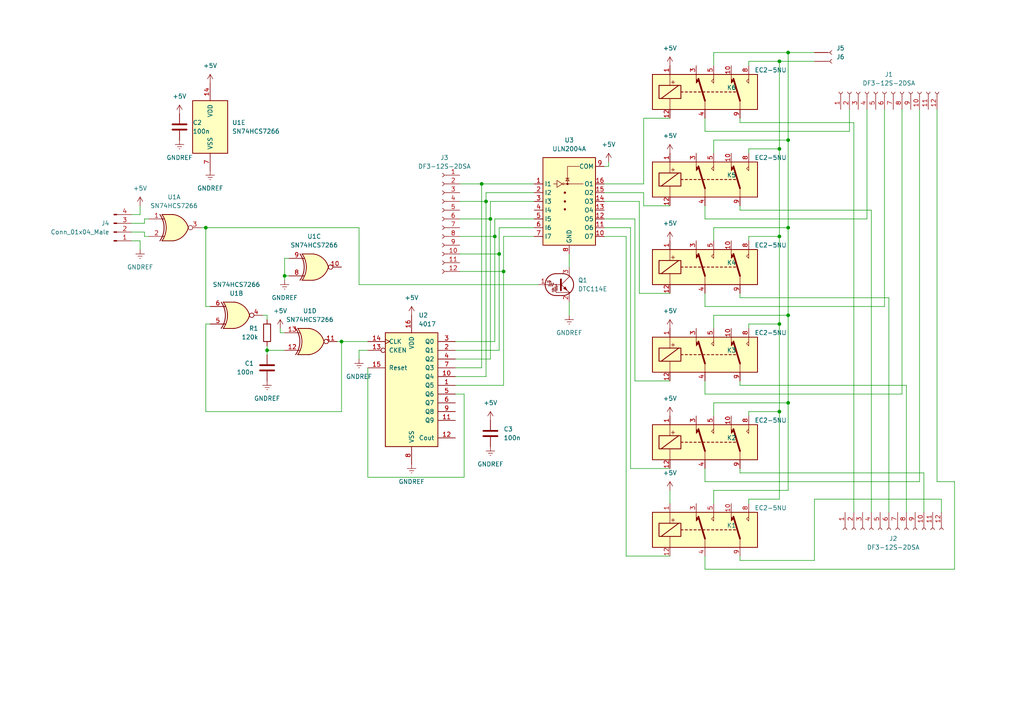
<source format=kicad_sch>
(kicad_sch (version 20211123) (generator eeschema)
  (paper "A4")
  (lib_symbols
    (symbol "4xxx:4017" (pin_names (offset 1.016))
      (property "Reference" "U" (at -7.62 16.51 0))
      (property "Value" "4017" (at -7.62 -19.05 0))
      (symbol "4017_1_0"
        (pin output line (at 12.7 0 180) (length 5.08) (name "Q5") (number "1"))
        (pin output line (at 12.7 2.54 180) (length 5.08) (name "Q4") (number "10"))
        (pin output line (at 12.7 -10.16 180) (length 5.08) (name "Q9") (number "11"))
        (pin output line (at 12.7 -15.24 180) (length 5.08) (name "Cout") (number "12"))
        (pin input inverted (at -12.7 10.16 0) (length 5.08) (name "CKEN") (number "13"))
        (pin input clock (at -12.7 12.7 0) (length 5.08) (name "CLK") (number "14"))
        (pin input line (at -12.7 5.08 0) (length 5.08) (name "Reset") (number "15"))
        (pin power_in line (at 0 20.32 270) (length 5.08) (name "VDD") (number "16"))
        (pin output line (at 12.7 10.16 180) (length 5.08) (name "Q1") (number "2"))
        (pin output line (at 12.7 12.7 180) (length 5.08) (name "Q0") (number "3"))
        (pin output line (at 12.7 7.62 180) (length 5.08) (name "Q2") (number "4"))
        (pin output line (at 12.7 -2.54 180) (length 5.08) (name "Q6") (number "5"))
        (pin output line (at 12.7 -5.08 180) (length 5.08) (name "Q7") (number "6"))
        (pin output line (at 12.7 5.08 180) (length 5.08) (name "Q3") (number "7"))
        (pin power_in line (at 0 -22.86 90) (length 5.08) (name "VSS") (number "8"))
        (pin output line (at 12.7 -7.62 180) (length 5.08) (name "Q8") (number "9"))
      )
      (symbol "4017_1_1"
        (rectangle (start -7.62 15.24) (end 7.62 -17.78) (stroke (width 0.254)) (fill (type background)))
      )
    )
    (symbol "4xxx:4077" (pin_names (offset 1.016))
      (property "Reference" "U" (at 0 1.27 0))
      (property "Value" "4077" (at 0 -1.27 0))
      (symbol "4077_1_0"
        (arc (start -4.4196 -3.81) (mid -3.2033 0) (end -4.4196 3.81) (stroke (width 0.254)))
        (arc (start -3.81 -3.81) (mid -2.589 0) (end -3.81 3.81) (stroke (width 0.254)))
        (arc (start -0.6096 -3.81) (mid 2.1842 -2.5851) (end 3.81 0) (stroke (width 0.254)) (fill (type background)))
        (polyline (pts (xy -3.81 -3.81) (xy -0.635 -3.81)) (stroke (width 0.254)) (fill (type background)))
        (polyline (pts (xy -3.81 3.81) (xy -0.635 3.81)) (stroke (width 0.254)) (fill (type background)))
        (polyline (pts (xy -0.635 3.81) (xy -3.81 3.81) (xy -3.81 3.81) (xy -3.556 3.4036) (xy -3.0226 2.2606) (xy -2.6924 1.0414) (xy -2.6162 -0.254) (xy -2.7686 -1.4986) (xy -3.175 -2.7178) (xy -3.81 -3.81) (xy -3.81 -3.81) (xy -0.635 -3.81)) (stroke (width -25.4)) (fill (type background)))
        (arc (start 3.81 0) (mid 2.1915 2.5936) (end -0.6096 3.81) (stroke (width 0.254)) (fill (type background)))
        (pin input line (at -7.62 2.54 0) (length 4.445) (name "~") (number "1"))
        (pin input line (at -7.62 -2.54 0) (length 4.445) (name "~") (number "2"))
        (pin output inverted (at 7.62 0 180) (length 3.81) (name "~") (number "3"))
      )
      (symbol "4077_1_1"
        (polyline (pts (xy -3.81 -2.54) (xy -3.175 -2.54)) (stroke (width 0.1524)))
        (polyline (pts (xy -3.81 2.54) (xy -3.175 2.54)) (stroke (width 0.1524)))
      )
      (symbol "4077_2_0"
        (arc (start -4.4196 -3.81) (mid -3.2033 0) (end -4.4196 3.81) (stroke (width 0.254)))
        (arc (start -3.81 -3.81) (mid -2.589 0) (end -3.81 3.81) (stroke (width 0.254)))
        (arc (start -0.6096 -3.81) (mid 2.1842 -2.5851) (end 3.81 0) (stroke (width 0.254)) (fill (type background)))
        (polyline (pts (xy -3.81 -3.81) (xy -0.635 -3.81)) (stroke (width 0.254)) (fill (type background)))
        (polyline (pts (xy -3.81 3.81) (xy -0.635 3.81)) (stroke (width 0.254)) (fill (type background)))
        (polyline (pts (xy -0.635 3.81) (xy -3.81 3.81) (xy -3.81 3.81) (xy -3.556 3.4036) (xy -3.0226 2.2606) (xy -2.6924 1.0414) (xy -2.6162 -0.254) (xy -2.7686 -1.4986) (xy -3.175 -2.7178) (xy -3.81 -3.81) (xy -3.81 -3.81) (xy -0.635 -3.81)) (stroke (width -25.4)) (fill (type background)))
        (arc (start 3.81 0) (mid 2.1915 2.5936) (end -0.6096 3.81) (stroke (width 0.254)) (fill (type background)))
        (pin output inverted (at 7.62 0 180) (length 3.81) (name "~") (number "4"))
        (pin input line (at -7.62 2.54 0) (length 4.445) (name "~") (number "5"))
        (pin input line (at -7.62 -2.54 0) (length 4.445) (name "~") (number "6"))
      )
      (symbol "4077_2_1"
        (polyline (pts (xy -3.81 -2.54) (xy -3.175 -2.54)) (stroke (width 0.1524)))
        (polyline (pts (xy -3.81 2.54) (xy -3.175 2.54)) (stroke (width 0.1524)))
      )
      (symbol "4077_3_0"
        (arc (start -4.4196 -3.81) (mid -3.2033 0) (end -4.4196 3.81) (stroke (width 0.254)))
        (arc (start -3.81 -3.81) (mid -2.589 0) (end -3.81 3.81) (stroke (width 0.254)))
        (arc (start -0.6096 -3.81) (mid 2.1842 -2.5851) (end 3.81 0) (stroke (width 0.254)) (fill (type background)))
        (polyline (pts (xy -3.81 -3.81) (xy -0.635 -3.81)) (stroke (width 0.254)) (fill (type background)))
        (polyline (pts (xy -3.81 3.81) (xy -0.635 3.81)) (stroke (width 0.254)) (fill (type background)))
        (polyline (pts (xy -0.635 3.81) (xy -3.81 3.81) (xy -3.81 3.81) (xy -3.556 3.4036) (xy -3.0226 2.2606) (xy -2.6924 1.0414) (xy -2.6162 -0.254) (xy -2.7686 -1.4986) (xy -3.175 -2.7178) (xy -3.81 -3.81) (xy -3.81 -3.81) (xy -0.635 -3.81)) (stroke (width -25.4)) (fill (type background)))
        (arc (start 3.81 0) (mid 2.1915 2.5936) (end -0.6096 3.81) (stroke (width 0.254)) (fill (type background)))
        (pin output inverted (at 7.62 0 180) (length 3.81) (name "~") (number "10"))
        (pin input line (at -7.62 2.54 0) (length 4.445) (name "~") (number "8"))
        (pin input line (at -7.62 -2.54 0) (length 4.445) (name "~") (number "9"))
      )
      (symbol "4077_3_1"
        (polyline (pts (xy -3.81 -2.54) (xy -3.175 -2.54)) (stroke (width 0.1524)))
        (polyline (pts (xy -3.81 2.54) (xy -3.175 2.54)) (stroke (width 0.1524)))
      )
      (symbol "4077_4_0"
        (arc (start -4.4196 -3.81) (mid -3.2033 0) (end -4.4196 3.81) (stroke (width 0.254)))
        (arc (start -3.81 -3.81) (mid -2.589 0) (end -3.81 3.81) (stroke (width 0.254)))
        (arc (start -0.6096 -3.81) (mid 2.1842 -2.5851) (end 3.81 0) (stroke (width 0.254)) (fill (type background)))
        (polyline (pts (xy -3.81 -3.81) (xy -0.635 -3.81)) (stroke (width 0.254)) (fill (type background)))
        (polyline (pts (xy -3.81 3.81) (xy -0.635 3.81)) (stroke (width 0.254)) (fill (type background)))
        (polyline (pts (xy -0.635 3.81) (xy -3.81 3.81) (xy -3.81 3.81) (xy -3.556 3.4036) (xy -3.0226 2.2606) (xy -2.6924 1.0414) (xy -2.6162 -0.254) (xy -2.7686 -1.4986) (xy -3.175 -2.7178) (xy -3.81 -3.81) (xy -3.81 -3.81) (xy -0.635 -3.81)) (stroke (width -25.4)) (fill (type background)))
        (arc (start 3.81 0) (mid 2.1915 2.5936) (end -0.6096 3.81) (stroke (width 0.254)) (fill (type background)))
        (pin output inverted (at 7.62 0 180) (length 3.81) (name "~") (number "11"))
        (pin input line (at -7.62 2.54 0) (length 4.445) (name "~") (number "12"))
        (pin input line (at -7.62 -2.54 0) (length 4.445) (name "~") (number "13"))
      )
      (symbol "4077_4_1"
        (polyline (pts (xy -3.81 -2.54) (xy -3.175 -2.54)) (stroke (width 0.1524)))
        (polyline (pts (xy -3.81 2.54) (xy -3.175 2.54)) (stroke (width 0.1524)))
      )
      (symbol "4077_5_0"
        (pin power_in line (at 0 12.7 270) (length 5.08) (name "VDD") (number "14"))
        (pin power_in line (at 0 -12.7 90) (length 5.08) (name "VSS") (number "7"))
      )
      (symbol "4077_5_1"
        (rectangle (start -5.08 7.62) (end 5.08 -7.62) (stroke (width 0.254)) (fill (type background)))
      )
    )
    (symbol "Conn_01x01_Female_6" (pin_numbers hide) (pin_names (offset 1.016) hide)
      (property "Reference" "J" (at 0 2.54 0))
      (property "Value" "Conn_01x01_Female_6" (at 0 -2.54 0))
      (symbol "Conn_01x01_Female_6_1_1"
        (polyline (pts (xy -1.27 0) (xy -0.508 0)) (stroke (width 0.1524)))
        (arc (start 0 0.508) (mid -0.508 0) (end 0 -0.508) (stroke (width 0.1524)))
        (pin passive line (at -5.08 0 0) (length 3.81) (name "Pin_1") (number "1"))
      )
    )
    (symbol "Connector:Conn_01x04_Male" (pin_names (offset 1.016) hide)
      (property "Reference" "J" (at 0 5.08 0))
      (property "Value" "Conn_01x04_Male" (at 0 -7.62 0))
      (symbol "Conn_01x04_Male_1_1"
        (polyline (pts (xy 1.27 -5.08) (xy 0.8636 -5.08)) (stroke (width 0.1524)))
        (polyline (pts (xy 1.27 -2.54) (xy 0.8636 -2.54)) (stroke (width 0.1524)))
        (polyline (pts (xy 1.27 0) (xy 0.8636 0)) (stroke (width 0.1524)))
        (polyline (pts (xy 1.27 2.54) (xy 0.8636 2.54)) (stroke (width 0.1524)))
        (rectangle (start 0.8636 -4.953) (end 0 -5.207) (stroke (width 0.1524)) (fill (type outline)))
        (rectangle (start 0.8636 -2.413) (end 0 -2.667) (stroke (width 0.1524)) (fill (type outline)))
        (rectangle (start 0.8636 0.127) (end 0 -0.127) (stroke (width 0.1524)) (fill (type outline)))
        (rectangle (start 0.8636 2.667) (end 0 2.413) (stroke (width 0.1524)) (fill (type outline)))
        (pin passive line (at 5.08 2.54 180) (length 3.81) (name "Pin_1") (number "1"))
        (pin passive line (at 5.08 0 180) (length 3.81) (name "Pin_2") (number "2"))
        (pin passive line (at 5.08 -2.54 180) (length 3.81) (name "Pin_3") (number "3"))
        (pin passive line (at 5.08 -5.08 180) (length 3.81) (name "Pin_4") (number "4"))
      )
    )
    (symbol "Connector:Conn_01x12_Female" (pin_names (offset 1.016) hide)
      (property "Reference" "J" (at 0 15.24 0))
      (property "Value" "Conn_01x12_Female" (at 0 -17.78 0))
      (symbol "Conn_01x12_Female_1_1"
        (arc (start 0 -14.732) (mid -0.508 -15.24) (end 0 -15.748) (stroke (width 0.1524)))
        (arc (start 0 -12.192) (mid -0.508 -12.7) (end 0 -13.208) (stroke (width 0.1524)))
        (arc (start 0 -9.652) (mid -0.508 -10.16) (end 0 -10.668) (stroke (width 0.1524)))
        (arc (start 0 -7.112) (mid -0.508 -7.62) (end 0 -8.128) (stroke (width 0.1524)))
        (arc (start 0 -4.572) (mid -0.508 -5.08) (end 0 -5.588) (stroke (width 0.1524)))
        (arc (start 0 -2.032) (mid -0.508 -2.54) (end 0 -3.048) (stroke (width 0.1524)))
        (polyline (pts (xy -1.27 -15.24) (xy -0.508 -15.24)) (stroke (width 0.1524)))
        (polyline (pts (xy -1.27 -12.7) (xy -0.508 -12.7)) (stroke (width 0.1524)))
        (polyline (pts (xy -1.27 -10.16) (xy -0.508 -10.16)) (stroke (width 0.1524)))
        (polyline (pts (xy -1.27 -7.62) (xy -0.508 -7.62)) (stroke (width 0.1524)))
        (polyline (pts (xy -1.27 -5.08) (xy -0.508 -5.08)) (stroke (width 0.1524)))
        (polyline (pts (xy -1.27 -2.54) (xy -0.508 -2.54)) (stroke (width 0.1524)))
        (polyline (pts (xy -1.27 0) (xy -0.508 0)) (stroke (width 0.1524)))
        (polyline (pts (xy -1.27 2.54) (xy -0.508 2.54)) (stroke (width 0.1524)))
        (polyline (pts (xy -1.27 5.08) (xy -0.508 5.08)) (stroke (width 0.1524)))
        (polyline (pts (xy -1.27 7.62) (xy -0.508 7.62)) (stroke (width 0.1524)))
        (polyline (pts (xy -1.27 10.16) (xy -0.508 10.16)) (stroke (width 0.1524)))
        (polyline (pts (xy -1.27 12.7) (xy -0.508 12.7)) (stroke (width 0.1524)))
        (arc (start 0 0.508) (mid -0.508 0) (end 0 -0.508) (stroke (width 0.1524)))
        (arc (start 0 3.048) (mid -0.508 2.54) (end 0 2.032) (stroke (width 0.1524)))
        (arc (start 0 5.588) (mid -0.508 5.08) (end 0 4.572) (stroke (width 0.1524)))
        (arc (start 0 8.128) (mid -0.508 7.62) (end 0 7.112) (stroke (width 0.1524)))
        (arc (start 0 10.668) (mid -0.508 10.16) (end 0 9.652) (stroke (width 0.1524)))
        (arc (start 0 13.208) (mid -0.508 12.7) (end 0 12.192) (stroke (width 0.1524)))
        (pin passive line (at -5.08 12.7 0) (length 3.81) (name "Pin_1") (number "1"))
        (pin passive line (at -5.08 -10.16 0) (length 3.81) (name "Pin_10") (number "10"))
        (pin passive line (at -5.08 -12.7 0) (length 3.81) (name "Pin_11") (number "11"))
        (pin passive line (at -5.08 -15.24 0) (length 3.81) (name "Pin_12") (number "12"))
        (pin passive line (at -5.08 10.16 0) (length 3.81) (name "Pin_2") (number "2"))
        (pin passive line (at -5.08 7.62 0) (length 3.81) (name "Pin_3") (number "3"))
        (pin passive line (at -5.08 5.08 0) (length 3.81) (name "Pin_4") (number "4"))
        (pin passive line (at -5.08 2.54 0) (length 3.81) (name "Pin_5") (number "5"))
        (pin passive line (at -5.08 0 0) (length 3.81) (name "Pin_6") (number "6"))
        (pin passive line (at -5.08 -2.54 0) (length 3.81) (name "Pin_7") (number "7"))
        (pin passive line (at -5.08 -5.08 0) (length 3.81) (name "Pin_8") (number "8"))
        (pin passive line (at -5.08 -7.62 0) (length 3.81) (name "Pin_9") (number "9"))
      )
    )
    (symbol "Device:C" (pin_numbers hide) (pin_names (offset 0.254))
      (property "Reference" "C" (at 0.635 2.54 0))
      (property "Value" "C" (at 0.635 -2.54 0))
      (symbol "C_0_1"
        (polyline (pts (xy -2.032 -0.762) (xy 2.032 -0.762)) (stroke (width 0.508)))
        (polyline (pts (xy -2.032 0.762) (xy 2.032 0.762)) (stroke (width 0.508)))
      )
      (symbol "C_1_1"
        (pin passive line (at 0 3.81 270) (length 2.794) (name "~") (number "1"))
        (pin passive line (at 0 -3.81 90) (length 2.794) (name "~") (number "2"))
      )
    )
    (symbol "Device:R" (pin_numbers hide) (pin_names (offset 0))
      (property "Reference" "R" (at 2.032 0 90))
      (property "Value" "R" (at 0 0 90))
      (symbol "R_0_1"
        (rectangle (start -1.016 -2.54) (end 1.016 2.54) (stroke (width 0.254)))
      )
      (symbol "R_1_1"
        (pin passive line (at 0 3.81 270) (length 1.27) (name "~") (number "1"))
        (pin passive line (at 0 -3.81 90) (length 1.27) (name "~") (number "2"))
      )
    )
    (symbol "Relay:EC2-4.5NU"
      (property "Reference" "K" (at 15.24 8.89 0))
      (property "Value" "EC2-4.5NU" (at 19.05 6.35 0))
      (symbol "EC2-4.5NU_1_1"
        (rectangle (start -15.24 5.08) (end 15.24 -5.08) (stroke (width 0.254)) (fill (type background)))
        (rectangle (start -13.335 1.905) (end -6.985 -1.905) (stroke (width 0.254)))
        (polyline (pts (xy -12.7 -1.905) (xy -7.62 1.905)) (stroke (width 0.254)))
        (polyline (pts (xy -10.16 -5.08) (xy -10.16 -1.905)))
        (polyline (pts (xy -10.16 5.08) (xy -10.16 1.905)))
        (polyline (pts (xy -6.985 0) (xy -6.35 0)) (stroke (width 0.254)))
        (polyline (pts (xy -5.715 0) (xy -5.08 0)) (stroke (width 0.254)))
        (polyline (pts (xy -4.445 0) (xy -3.81 0)) (stroke (width 0.254)))
        (polyline (pts (xy -3.175 0) (xy -2.54 0)) (stroke (width 0.254)))
        (polyline (pts (xy -1.905 0) (xy -1.27 0)) (stroke (width 0.254)))
        (polyline (pts (xy -0.635 0) (xy 0 0)) (stroke (width 0.254)))
        (polyline (pts (xy 0 -2.54) (xy -1.905 3.81)) (stroke (width 0.508)))
        (polyline (pts (xy 0 -2.54) (xy 0 -5.08)))
        (polyline (pts (xy 0.635 0) (xy 1.27 0)) (stroke (width 0.254)))
        (polyline (pts (xy 1.905 0) (xy 2.54 0)) (stroke (width 0.254)))
        (polyline (pts (xy 3.175 0) (xy 3.81 0)) (stroke (width 0.254)))
        (polyline (pts (xy 4.445 0) (xy 5.08 0)) (stroke (width 0.254)))
        (polyline (pts (xy 5.715 0) (xy 6.35 0)) (stroke (width 0.254)))
        (polyline (pts (xy 6.985 0) (xy 7.62 0)) (stroke (width 0.254)))
        (polyline (pts (xy 8.255 0) (xy 8.89 0)) (stroke (width 0.254)))
        (polyline (pts (xy 10.16 -2.54) (xy 8.255 3.81)) (stroke (width 0.508)))
        (polyline (pts (xy 10.16 -2.54) (xy 10.16 -5.08)))
        (polyline (pts (xy -2.54 5.08) (xy -2.54 2.54) (xy -1.905 3.175) (xy -2.54 3.81)) (fill (type outline)))
        (polyline (pts (xy 2.54 5.08) (xy 2.54 2.54) (xy 1.905 3.175) (xy 2.54 3.81)))
        (polyline (pts (xy 7.62 5.08) (xy 7.62 2.54) (xy 8.255 3.175) (xy 7.62 3.81)) (fill (type outline)))
        (polyline (pts (xy 12.7 5.08) (xy 12.7 2.54) (xy 12.065 3.175) (xy 12.7 3.81)))
        (text "+" (at -9.271 2.921 0) (effects (font (size 1.27 1.27))))
        (pin passive line (at -10.16 7.62 270) (length 2.54) (name "~") (number "1"))
        (pin passive line (at 7.62 7.62 270) (length 2.54) (name "~") (number "10"))
        (pin passive line (at -10.16 -7.62 90) (length 2.54) (name "~") (number "12"))
        (pin passive line (at -2.54 7.62 270) (length 2.54) (name "~") (number "3"))
        (pin passive line (at 0 -7.62 90) (length 2.54) (name "~") (number "4"))
        (pin passive line (at 2.54 7.62 270) (length 2.54) (name "~") (number "5"))
        (pin passive line (at 12.7 7.62 270) (length 2.54) (name "~") (number "8"))
        (pin passive line (at 10.16 -7.62 90) (length 2.54) (name "~") (number "9"))
      )
    )
    (symbol "Transistor_Array:ULN2004A"
      (property "Reference" "U" (at 0 15.875 0))
      (property "Value" "ULN2004A" (at 0 13.97 0))
      (symbol "ULN2004A_0_1"
        (rectangle (start -7.62 -12.7) (end 7.62 12.7) (stroke (width 0.254)) (fill (type background)))
        (circle (center -1.778 5.08) (radius 0.254))
        (circle (center -1.27 -2.286) (radius 0.254) (fill (type outline)))
        (circle (center -1.27 0) (radius 0.254) (fill (type outline)))
        (circle (center -1.27 2.54) (radius 0.254) (fill (type outline)))
        (circle (center -0.508 5.08) (radius 0.254) (fill (type outline)))
        (polyline (pts (xy -4.572 5.08) (xy -3.556 5.08)))
        (polyline (pts (xy -1.524 5.08) (xy 4.064 5.08)))
        (polyline (pts (xy 0 6.731) (xy -1.016 6.731)))
        (polyline (pts (xy -0.508 5.08) (xy -0.508 10.16) (xy 2.921 10.16)))
        (polyline (pts (xy -3.556 6.096) (xy -3.556 4.064) (xy -2.032 5.08) (xy -3.556 6.096)))
        (polyline (pts (xy 0 5.969) (xy -1.016 5.969) (xy -0.508 6.731) (xy 0 5.969)))
      )
      (symbol "ULN2004A_1_1"
        (pin input line (at -10.16 5.08 0) (length 2.54) (name "I1") (number "1"))
        (pin open_collector line (at 10.16 -10.16 180) (length 2.54) (name "O7") (number "10"))
        (pin open_collector line (at 10.16 -7.62 180) (length 2.54) (name "O6") (number "11"))
        (pin open_collector line (at 10.16 -5.08 180) (length 2.54) (name "O5") (number "12"))
        (pin open_collector line (at 10.16 -2.54 180) (length 2.54) (name "O4") (number "13"))
        (pin open_collector line (at 10.16 0 180) (length 2.54) (name "O3") (number "14"))
        (pin open_collector line (at 10.16 2.54 180) (length 2.54) (name "O2") (number "15"))
        (pin open_collector line (at 10.16 5.08 180) (length 2.54) (name "O1") (number "16"))
        (pin input line (at -10.16 2.54 0) (length 2.54) (name "I2") (number "2"))
        (pin input line (at -10.16 0 0) (length 2.54) (name "I3") (number "3"))
        (pin input line (at -10.16 -2.54 0) (length 2.54) (name "I4") (number "4"))
        (pin input line (at -10.16 -5.08 0) (length 2.54) (name "I5") (number "5"))
        (pin input line (at -10.16 -7.62 0) (length 2.54) (name "I6") (number "6"))
        (pin input line (at -10.16 -10.16 0) (length 2.54) (name "I7") (number "7"))
        (pin power_in line (at 0 -15.24 90) (length 2.54) (name "GND") (number "8"))
        (pin passive line (at 10.16 10.16 180) (length 2.54) (name "COM") (number "9"))
      )
    )
    (symbol "Transistor_BJT:DTC114E" (pin_names (offset 0) hide)
      (property "Reference" "Q" (at 5.08 1.905 0))
      (property "Value" "DTC114E" (at 5.08 0 0))
      (symbol "DTC114E_0_0"
        (text "10k" (at -3.302 0.889 0) (effects (font (size 0.508 0.508))))
        (text "10k" (at -2.159 -1.524 900) (effects (font (size 0.508 0.508))))
      )
      (symbol "DTC114E_0_1"
        (circle (center -1.27 0) (radius 0.127))
        (arc (start -1.27 3.175) (mid -4.445 0) (end -1.27 -3.175) (stroke (width 0.254)))
        (polyline (pts (xy -3.429 0) (xy -3.81 0)))
        (polyline (pts (xy -1.27 -3.175) (xy 0.635 -3.175)) (stroke (width 0.254)))
        (polyline (pts (xy -1.27 3.175) (xy 0.635 3.175)) (stroke (width 0.254)))
        (polyline (pts (xy 0 -0.254) (xy 2.54 2.286)))
        (polyline (pts (xy 0.127 1.524) (xy 0.127 -1.651)) (stroke (width 0.508)) (fill (type outline)))
        (polyline (pts (xy 2.54 2.286) (xy 2.54 2.54)))
        (polyline (pts (xy 2.54 -2.286) (xy 0 0.254) (xy 0 0.254)))
        (polyline (pts (xy 0.889 -1.143) (xy 1.397 -0.635) (xy 1.905 -1.651) (xy 0.889 -1.143)) (fill (type outline)))
        (polyline (pts (xy 0 0) (xy -1.905 0) (xy -2.032 0.508) (xy -2.286 -0.508) (xy -2.54 0.508) (xy -2.794 -0.508) (xy -3.048 0.508) (xy -3.302 -0.508) (xy -3.429 0)))
        (polyline (pts (xy -1.27 0) (xy -1.27 -0.381) (xy -0.762 -0.508) (xy -1.778 -0.762) (xy -0.762 -1.016) (xy -1.778 -1.27) (xy -0.762 -1.524) (xy -1.778 -1.778) (xy -1.27 -1.905) (xy -1.27 -2.286) (xy 2.54 -2.286)))
        (arc (start 0.635 -3.175) (mid 3.81 0) (end 0.635 3.175) (stroke (width 0.254)))
        (circle (center 2.54 -2.286) (radius 0.127))
      )
      (symbol "DTC114E_1_1"
        (pin input line (at -6.35 0 0) (length 2.54) (name "B") (number "1"))
        (pin passive line (at 2.54 -5.08 90) (length 2.54) (name "E") (number "2"))
        (pin passive line (at 2.54 5.08 270) (length 2.54) (name "C") (number "3"))
      )
    )
    (symbol "power:+5V" (power) (pin_names (offset 0))
      (property "Value" "+5V" (at 0 3.556 0))
      (symbol "+5V_0_1"
        (polyline (pts (xy -0.762 1.27) (xy 0 2.54)))
        (polyline (pts (xy 0 0) (xy 0 2.54)))
        (polyline (pts (xy 0 2.54) (xy 0.762 1.27)))
      )
      (symbol "+5V_1_1"
        (pin power_in line (at 0 0 90) (length 0) hide (name "+5V") (number "1"))
      )
    )
    (symbol "power:GNDREF" (power) (pin_names (offset 0))
      (property "Value" "GNDREF" (at 0 -3.81 0))
      (symbol "GNDREF_0_1"
        (polyline (pts (xy -0.635 -1.905) (xy 0.635 -1.905)))
        (polyline (pts (xy -0.127 -2.54) (xy 0.127 -2.54)))
        (polyline (pts (xy 0 -1.27) (xy 0 0)))
        (polyline (pts (xy 1.27 -1.27) (xy -1.27 -1.27)))
      )
      (symbol "GNDREF_1_1"
        (pin power_in line (at 0 0 270) (length 0) hide (name "GNDREF") (number "1"))
      )
    )
  )
  (junction (at 99.06 99.06))
  (junction (at 226.06 119.38))
  (junction (at 228.6 66.04))
  (junction (at 142.24 63.5))
  (junction (at 143.51 68.58))
  (junction (at 228.6 91.44))
  (junction (at 226.06 68.58))
  (junction (at 146.05 78.74))
  (junction (at 139.7 53.34))
  (junction (at 226.06 43.18))
  (junction (at 82.55 80.01))
  (junction (at 59.69 66.04))
  (junction (at 228.6 116.84))
  (junction (at 77.47 101.6))
  (junction (at 144.78 73.66))
  (junction (at 140.97 58.42))
  (junction (at 228.6 40.64))
  (junction (at 228.6 15.24))
  (junction (at 226.06 93.98))
  (junction (at 226.06 17.78))
  (wire (pts (xy 207.01 91.44) (xy 228.6 91.44)))
  (wire (pts (xy 247.65 35.56) (xy 247.65 148.59)))
  (wire (pts (xy 226.06 43.18) (xy 226.06 68.58)))
  (wire (pts (xy 143.51 63.5) (xy 143.51 68.58)))
  (wire (pts (xy 217.17 17.78) (xy 226.06 17.78)))
  (wire (pts (xy 154.94 63.5) (xy 143.51 63.5)))
  (wire (pts (xy 59.69 66.04) (xy 59.69 88.9)))
  (wire (pts (xy 38.1 62.23) (xy 40.64 62.23)))
  (wire (pts (xy 104.14 66.04) (xy 104.14 82.55)))
  (wire (pts (xy 59.69 93.98) (xy 60.96 93.98)))
  (wire (pts (xy 214.63 162.56) (xy 236.22 162.56)))
  (wire (pts (xy 133.35 68.58) (xy 143.51 68.58)))
  (wire (pts (xy 217.17 43.18) (xy 217.17 44.45)))
  (wire (pts (xy 228.6 40.64) (xy 207.01 40.64)))
  (wire (pts (xy 204.47 88.9) (xy 256.54 88.9)))
  (wire (pts (xy 204.47 38.1) (xy 204.47 34.29)))
  (wire (pts (xy 175.26 55.88) (xy 186.69 55.88)))
  (wire (pts (xy 266.7 139.7) (xy 266.7 31.75)))
  (wire (pts (xy 185.42 58.42) (xy 185.42 85.09)))
  (wire (pts (xy 236.22 144.78) (xy 273.05 144.78)))
  (wire (pts (xy 82.55 80.01) (xy 83.82 80.01)))
  (wire (pts (xy 186.69 59.69) (xy 194.31 59.69)))
  (wire (pts (xy 261.62 114.3) (xy 261.62 31.75)))
  (wire (pts (xy 185.42 85.09) (xy 194.31 85.09)))
  (wire (pts (xy 228.6 15.24) (xy 236.22 15.24)))
  (wire (pts (xy 146.05 68.58) (xy 146.05 78.74)))
  (wire (pts (xy 204.47 161.29) (xy 204.47 165.1)))
  (wire (pts (xy 228.6 15.24) (xy 228.6 40.64)))
  (wire (pts (xy 214.63 60.96) (xy 214.63 59.69)))
  (wire (pts (xy 207.01 142.24) (xy 228.6 142.24)))
  (wire (pts (xy 217.17 69.85) (xy 217.17 68.58)))
  (wire (pts (xy 144.78 66.04) (xy 154.94 66.04)))
  (wire (pts (xy 104.14 101.6) (xy 104.14 104.14)))
  (wire (pts (xy 175.26 63.5) (xy 184.15 63.5)))
  (wire (pts (xy 214.63 60.96) (xy 252.73 60.96)))
  (wire (pts (xy 214.63 137.16) (xy 267.97 137.16)))
  (wire (pts (xy 165.1 87.63) (xy 165.1 91.44)))
  (wire (pts (xy 59.69 93.98) (xy 59.69 119.38)))
  (wire (pts (xy 134.62 114.3) (xy 132.08 114.3)))
  (wire (pts (xy 59.69 66.04) (xy 104.14 66.04)))
  (wire (pts (xy 83.82 74.93) (xy 82.55 74.93)))
  (wire (pts (xy 146.05 111.76) (xy 132.08 111.76)))
  (wire (pts (xy 182.88 66.04) (xy 182.88 135.89)))
  (wire (pts (xy 146.05 78.74) (xy 146.05 111.76)))
  (wire (pts (xy 186.69 34.29) (xy 194.31 34.29)))
  (wire (pts (xy 226.06 43.18) (xy 217.17 43.18)))
  (wire (pts (xy 106.68 138.43) (xy 106.68 106.68)))
  (wire (pts (xy 38.1 69.85) (xy 40.64 69.85)))
  (wire (pts (xy 133.35 58.42) (xy 140.97 58.42)))
  (wire (pts (xy 257.81 86.36) (xy 257.81 148.59)))
  (wire (pts (xy 226.06 93.98) (xy 226.06 119.38)))
  (wire (pts (xy 175.26 53.34) (xy 186.69 53.34)))
  (wire (pts (xy 204.47 110.49) (xy 204.47 114.3)))
  (wire (pts (xy 214.63 35.56) (xy 247.65 35.56)))
  (wire (pts (xy 273.05 144.78) (xy 273.05 148.59)))
  (wire (pts (xy 40.64 62.23) (xy 40.64 59.69)))
  (wire (pts (xy 143.51 68.58) (xy 143.51 99.06)))
  (wire (pts (xy 276.86 139.7) (xy 271.78 139.7)))
  (wire (pts (xy 207.01 19.05) (xy 207.01 15.24)))
  (wire (pts (xy 140.97 55.88) (xy 154.94 55.88)))
  (wire (pts (xy 262.89 111.76) (xy 262.89 148.59)))
  (wire (pts (xy 214.63 111.76) (xy 262.89 111.76)))
  (wire (pts (xy 236.22 162.56) (xy 236.22 144.78)))
  (wire (pts (xy 207.01 116.84) (xy 228.6 116.84)))
  (wire (pts (xy 165.1 73.66) (xy 165.1 77.47)))
  (wire (pts (xy 207.01 66.04) (xy 228.6 66.04)))
  (wire (pts (xy 246.38 38.1) (xy 246.38 31.75)))
  (wire (pts (xy 38.1 64.77) (xy 41.91 64.77)))
  (wire (pts (xy 181.61 68.58) (xy 181.61 161.29)))
  (wire (pts (xy 251.46 63.5) (xy 251.46 31.75)))
  (wire (pts (xy 77.47 101.6) (xy 82.55 101.6)))
  (wire (pts (xy 228.6 91.44) (xy 228.6 116.84)))
  (wire (pts (xy 81.28 96.52) (xy 81.28 95.25)))
  (wire (pts (xy 217.17 119.38) (xy 226.06 119.38)))
  (wire (pts (xy 207.01 15.24) (xy 228.6 15.24)))
  (wire (pts (xy 214.63 110.49) (xy 214.63 111.76)))
  (wire (pts (xy 194.31 146.05) (xy 194.31 142.24)))
  (wire (pts (xy 142.24 63.5) (xy 142.24 104.14)))
  (wire (pts (xy 186.69 34.29) (xy 186.69 53.34)))
  (wire (pts (xy 217.17 68.58) (xy 226.06 68.58)))
  (wire (pts (xy 207.01 95.25) (xy 207.01 91.44)))
  (wire (pts (xy 140.97 58.42) (xy 140.97 55.88)))
  (wire (pts (xy 154.94 58.42) (xy 142.24 58.42)))
  (wire (pts (xy 214.63 86.36) (xy 257.81 86.36)))
  (wire (pts (xy 140.97 58.42) (xy 140.97 109.22)))
  (wire (pts (xy 217.17 93.98) (xy 226.06 93.98)))
  (wire (pts (xy 217.17 19.05) (xy 217.17 17.78)))
  (wire (pts (xy 41.91 68.58) (xy 43.18 68.58)))
  (wire (pts (xy 132.08 99.06) (xy 143.51 99.06)))
  (wire (pts (xy 99.06 99.06) (xy 99.06 119.38)))
  (wire (pts (xy 204.47 114.3) (xy 261.62 114.3)))
  (wire (pts (xy 41.91 67.31) (xy 41.91 68.58)))
  (wire (pts (xy 252.73 60.96) (xy 252.73 148.59)))
  (wire (pts (xy 214.63 161.29) (xy 214.63 162.56)))
  (wire (pts (xy 82.55 74.93) (xy 82.55 80.01)))
  (wire (pts (xy 214.63 85.09) (xy 214.63 86.36)))
  (wire (pts (xy 76.2 91.44) (xy 77.47 91.44)))
  (wire (pts (xy 228.6 40.64) (xy 228.6 66.04)))
  (wire (pts (xy 133.35 78.74) (xy 146.05 78.74)))
  (wire (pts (xy 175.26 58.42) (xy 185.42 58.42)))
  (wire (pts (xy 133.35 73.66) (xy 144.78 73.66)))
  (wire (pts (xy 182.88 135.89) (xy 194.31 135.89)))
  (wire (pts (xy 144.78 73.66) (xy 144.78 101.6)))
  (wire (pts (xy 204.47 139.7) (xy 266.7 139.7)))
  (wire (pts (xy 134.62 138.43) (xy 134.62 114.3)))
  (wire (pts (xy 146.05 68.58) (xy 154.94 68.58)))
  (wire (pts (xy 204.47 135.89) (xy 204.47 139.7)))
  (wire (pts (xy 207.01 69.85) (xy 207.01 66.04)))
  (wire (pts (xy 204.47 38.1) (xy 246.38 38.1)))
  (wire (pts (xy 41.91 63.5) (xy 41.91 64.77)))
  (wire (pts (xy 276.86 165.1) (xy 276.86 139.7)))
  (wire (pts (xy 40.64 69.85) (xy 40.64 72.39)))
  (wire (pts (xy 204.47 63.5) (xy 251.46 63.5)))
  (wire (pts (xy 134.62 138.43) (xy 106.68 138.43)))
  (wire (pts (xy 132.08 101.6) (xy 144.78 101.6)))
  (wire (pts (xy 204.47 165.1) (xy 276.86 165.1)))
  (wire (pts (xy 77.47 100.33) (xy 77.47 101.6)))
  (wire (pts (xy 271.78 31.75) (xy 271.78 139.7)))
  (wire (pts (xy 142.24 58.42) (xy 142.24 63.5)))
  (wire (pts (xy 204.47 59.69) (xy 204.47 63.5)))
  (wire (pts (xy 207.01 146.05) (xy 207.01 142.24)))
  (wire (pts (xy 82.55 80.01) (xy 82.55 81.28)))
  (wire (pts (xy 226.06 68.58) (xy 226.06 93.98)))
  (wire (pts (xy 228.6 116.84) (xy 228.6 142.24)))
  (wire (pts (xy 214.63 135.89) (xy 214.63 137.16)))
  (wire (pts (xy 58.42 66.04) (xy 59.69 66.04)))
  (wire (pts (xy 104.14 82.55) (xy 156.21 82.55)))
  (wire (pts (xy 59.69 119.38) (xy 99.06 119.38)))
  (wire (pts (xy 175.26 68.58) (xy 181.61 68.58)))
  (wire (pts (xy 132.08 104.14) (xy 142.24 104.14)))
  (wire (pts (xy 144.78 66.04) (xy 144.78 73.66)))
  (wire (pts (xy 226.06 17.78) (xy 236.22 17.78)))
  (wire (pts (xy 133.35 63.5) (xy 142.24 63.5)))
  (wire (pts (xy 97.79 99.06) (xy 99.06 99.06)))
  (wire (pts (xy 207.01 120.65) (xy 207.01 116.84)))
  (wire (pts (xy 41.91 63.5) (xy 43.18 63.5)))
  (wire (pts (xy 214.63 35.56) (xy 214.63 34.29)))
  (wire (pts (xy 99.06 99.06) (xy 106.68 99.06)))
  (wire (pts (xy 267.97 137.16) (xy 267.97 148.59)))
  (wire (pts (xy 184.15 63.5) (xy 184.15 110.49)))
  (wire (pts (xy 176.53 48.26) (xy 175.26 48.26)))
  (wire (pts (xy 132.08 106.68) (xy 139.7 106.68)))
  (wire (pts (xy 228.6 66.04) (xy 228.6 91.44)))
  (wire (pts (xy 217.17 95.25) (xy 217.17 93.98)))
  (wire (pts (xy 77.47 92.71) (xy 77.47 91.44)))
  (wire (pts (xy 77.47 101.6) (xy 77.47 102.87)))
  (wire (pts (xy 176.53 46.99) (xy 176.53 48.26)))
  (wire (pts (xy 139.7 53.34) (xy 154.94 53.34)))
  (wire (pts (xy 106.68 101.6) (xy 104.14 101.6)))
  (wire (pts (xy 217.17 120.65) (xy 217.17 119.38)))
  (wire (pts (xy 139.7 106.68) (xy 139.7 53.34)))
  (wire (pts (xy 175.26 66.04) (xy 182.88 66.04)))
  (wire (pts (xy 217.17 144.78) (xy 226.06 144.78)))
  (wire (pts (xy 217.17 146.05) (xy 217.17 144.78)))
  (wire (pts (xy 59.69 88.9) (xy 60.96 88.9)))
  (wire (pts (xy 207.01 40.64) (xy 207.01 44.45)))
  (wire (pts (xy 181.61 161.29) (xy 194.31 161.29)))
  (wire (pts (xy 204.47 85.09) (xy 204.47 88.9)))
  (wire (pts (xy 256.54 88.9) (xy 256.54 31.75)))
  (wire (pts (xy 132.08 109.22) (xy 140.97 109.22)))
  (wire (pts (xy 38.1 67.31) (xy 41.91 67.31)))
  (wire (pts (xy 186.69 55.88) (xy 186.69 59.69)))
  (wire (pts (xy 226.06 119.38) (xy 226.06 144.78)))
  (wire (pts (xy 133.35 53.34) (xy 139.7 53.34)))
  (wire (pts (xy 81.28 96.52) (xy 82.55 96.52)))
  (wire (pts (xy 184.15 110.49) (xy 194.31 110.49)))
  (wire (pts (xy 226.06 17.78) (xy 226.06 43.18)))
  (symbol (lib_id "Relay:EC2-4.5NU") (at 204.47 52.07 0) (unit 1)
    (property "Reference" "K5" (at 210.82 50.7999 0) (effects (justify left)))
    (property "Value" "EC2-5NU" (at 223.52 45.72 0))
    (property "Footprint" "Relay_THT:Relay_DPDT_Kemet_EC2" (effects hide))
    (property "Datasheet" "https://content.kemet.com/datasheets/KEM_R7002_EC2_EE2.pdf" (effects hide))
  )
  (symbol (lib_id "4xxx:4077") (at 91.44 77.47 0) (mirror x) (unit 3)
    (property "Reference" "U1" (at 91.1352 68.58 0))
    (property "Value" "SN74HCS7266" (at 91.1352 71.12 0))
    (property "Footprint" "Package_SO:SOIC-14_3.9x8.7mm_P1.27mm" (effects hide))
    (property "Datasheet" "http://www.intersil.com/content/dam/Intersil/documents/cd40/cd4076bms.pdf" (effects hide))
  )
  (symbol (lib_id "power:+5V") (at 194.31 69.85 0) (unit 1)
    (property "Reference" "#PWR0104" (effects hide))
    (property "Value" "+5V" (at 194.31 64.77 0))
  )
  (symbol (lib_id "4xxx:4017") (at 119.38 111.76 0) (unit 1)
    (property "Reference" "U2" (at 121.3994 91.44 0) (effects (justify left)))
    (property "Value" "4017" (at 121.3994 93.98 0) (effects (justify left)))
    (property "Footprint" "Package_SO:SOIC-16_3.9x9.9mm_P1.27mm" (effects hide))
    (property "Datasheet" "http://www.intersil.com/content/dam/Intersil/documents/cd40/cd4017bms-22bms.pdf" (effects hide))
  )
  (symbol (lib_id "power:GNDREF") (at 60.96 49.53 0) (unit 1)
    (property "Reference" "#PWR0109" (effects hide))
    (property "Value" "GNDREF" (at 60.96 54.61 0))
  )
  (symbol (lib_id "Device:R") (at 77.47 96.52 0) (mirror x) (unit 1)
    (property "Reference" "R1" (at 74.93 95.2499 0) (effects (justify right)))
    (property "Value" "120k" (at 74.93 97.7899 0) (effects (justify right)))
    (property "Footprint" "Resistor_THT:R_Axial_DIN0207_L6.3mm_D2.5mm_P10.16mm_Horizontal" (effects hide))
  )
  (symbol (lib_id "Transistor_Array:ULN2004A") (at 165.1 58.42 0) (unit 1)
    (property "Reference" "U3" (at 165.1 40.64 0))
    (property "Value" "ULN2004A" (at 165.1 43.18 0))
    (property "Footprint" "Package_DIP:DIP-16_W7.62mm" (effects hide))
    (property "Datasheet" "http://www.ti.com/lit/ds/symlink/uln2003a.pdf" (effects hide))
  )
  (symbol (lib_id "Relay:EC2-4.5NU") (at 204.47 26.67 0) (unit 1)
    (property "Reference" "K6" (at 210.82 25.3999 0) (effects (justify left)))
    (property "Value" "EC2-5NU" (at 223.52 20.32 0))
    (property "Footprint" "Relay_THT:Relay_DPDT_Kemet_EC2" (effects hide))
    (property "Datasheet" "https://content.kemet.com/datasheets/KEM_R7002_EC2_EE2.pdf" (effects hide))
  )
  (symbol (lib_name "Conn_01x01_Female_6") (lib_id "Connector:Conn_01x01_Female") (at 241.3 15.24 0) (unit 1)
    (property "Reference" "J5" (at 242.57 13.9699 0) (effects (justify left)))
    (property "Value" "Conn_01x01_Female" (effects hide))
    (property "Footprint" "Connector_PinSocket_2.54mm:PinSocket_1x01_P2.54mm_Vertical" (effects hide))
  )
  (symbol (lib_id "Relay:EC2-4.5NU") (at 204.47 128.27 0) (unit 1)
    (property "Reference" "K2" (at 210.82 126.9999 0) (effects (justify left)))
    (property "Value" "EC2-5NU" (at 223.52 121.92 0))
    (property "Footprint" "Relay_THT:Relay_DPDT_Kemet_EC2" (effects hide))
    (property "Datasheet" "https://content.kemet.com/datasheets/KEM_R7002_EC2_EE2.pdf" (effects hide))
  )
  (symbol (lib_id "power:+5V") (at 81.28 95.25 0) (unit 1)
    (property "Reference" "#PWR0113" (effects hide))
    (property "Value" "+5V" (at 81.28 90.17 0))
  )
  (symbol (lib_id "power:GNDREF") (at 77.47 110.49 0) (unit 1)
    (property "Reference" "#PWR0116" (effects hide))
    (property "Value" "GNDREF" (at 77.47 115.57 0))
  )
  (symbol (lib_id "4xxx:4077") (at 50.8 66.04 0) (unit 1)
    (property "Reference" "U1" (at 50.4952 57.15 0))
    (property "Value" "SN74HCS7266" (at 50.4952 59.69 0))
    (property "Footprint" "Package_SO:SOIC-14_3.9x8.7mm_P1.27mm" (effects hide))
    (property "Datasheet" "http://www.intersil.com/content/dam/Intersil/documents/cd40/cd4076bms.pdf" (effects hide))
  )
  (symbol (lib_id "power:+5V") (at 60.96 24.13 0) (unit 1)
    (property "Reference" "#PWR0110" (effects hide))
    (property "Value" "+5V" (at 60.96 19.05 0))
  )
  (symbol (lib_id "power:+5V") (at 52.07 33.02 0) (unit 1)
    (property "Reference" "#PWR0117" (effects hide))
    (property "Value" "+5V" (at 52.07 27.94 0))
  )
  (symbol (lib_id "power:+5V") (at 194.31 142.24 0) (unit 1)
    (property "Reference" "#PWR0101" (effects hide))
    (property "Value" "+5V" (at 194.31 137.16 0))
  )
  (symbol (lib_id "Connector:Conn_01x12_Female") (at 256.54 26.67 90) (unit 1)
    (property "Reference" "J1" (at 257.81 21.59 90))
    (property "Value" "DF3-12S-2DSA" (at 257.81 24.13 90))
    (property "Footprint" "Library:Hirose_DF3-12S-2DSA_1x12_P2.00mm_Vertical" (effects hide))
  )
  (symbol (lib_id "power:+5V") (at 194.31 120.65 0) (unit 1)
    (property "Reference" "#PWR0102" (effects hide))
    (property "Value" "+5V" (at 194.31 115.57 0))
  )
  (symbol (lib_id "power:+5V") (at 40.64 59.69 0) (unit 1)
    (property "Reference" "#PWR0112" (effects hide))
    (property "Value" "+5V" (at 40.64 54.61 0))
  )
  (symbol (lib_name "Conn_01x01_Female_6") (lib_id "Connector:Conn_01x01_Female") (at 241.3 17.78 0) (unit 1)
    (property "Reference" "J6" (at 242.57 16.5099 0) (effects (justify left)))
    (property "Value" "Conn_01x01_Female" (effects hide))
    (property "Footprint" "Connector_PinSocket_2.54mm:PinSocket_1x01_P2.54mm_Vertical" (effects hide))
  )
  (symbol (lib_id "power:GNDREF") (at 119.38 134.62 0) (unit 1)
    (property "Reference" "#PWR0107" (effects hide))
    (property "Value" "GNDREF" (at 119.38 139.7 0))
  )
  (symbol (lib_id "power:+5V") (at 194.31 19.05 0) (unit 1)
    (property "Reference" "#PWR0105" (effects hide))
    (property "Value" "+5V" (at 194.31 13.97 0))
  )
  (symbol (lib_id "Connector:Conn_01x12_Female") (at 128.27 63.5 0) (mirror y) (unit 1)
    (property "Reference" "J3" (at 128.905 45.72 0))
    (property "Value" "DF3-12S-2DSA" (at 128.905 48.26 0))
    (property "Footprint" "Library:Hirose_DF3-12S-2DSA_1x12_P2.00mm_Vertical" (effects hide))
  )
  (symbol (lib_id "Relay:EC2-4.5NU") (at 204.47 102.87 0) (unit 1)
    (property "Reference" "K3" (at 210.82 101.5999 0) (effects (justify left)))
    (property "Value" "EC2-5NU" (at 223.52 96.52 0))
    (property "Footprint" "Relay_THT:Relay_DPDT_Kemet_EC2" (effects hide))
    (property "Datasheet" "https://content.kemet.com/datasheets/KEM_R7002_EC2_EE2.pdf" (effects hide))
  )
  (symbol (lib_id "Connector:Conn_01x12_Female") (at 257.81 153.67 90) (mirror x) (unit 1)
    (property "Reference" "J2" (at 259.08 156.21 90))
    (property "Value" "DF3-12S-2DSA" (at 259.08 158.75 90))
    (property "Footprint" "Library:Hirose_DF3-12S-2DSA_1x12_P2.00mm_Vertical" (effects hide))
  )
  (symbol (lib_id "power:+5V") (at 176.53 46.99 0) (unit 1)
    (property "Reference" "#PWR0119" (effects hide))
    (property "Value" "+5V" (at 176.53 41.91 0))
  )
  (symbol (lib_id "power:+5V") (at 194.31 44.45 0) (unit 1)
    (property "Reference" "#PWR0106" (effects hide))
    (property "Value" "+5V" (at 194.31 39.37 0))
  )
  (symbol (lib_id "power:GNDREF") (at 104.14 104.14 0) (unit 1)
    (property "Reference" "#PWR0122" (effects hide))
    (property "Value" "GNDREF" (at 104.14 109.22 0))
  )
  (symbol (lib_id "4xxx:4077") (at 68.58 91.44 0) (mirror x) (unit 2)
    (property "Reference" "U1" (at 68.58 85.09 0))
    (property "Value" "SN74HCS7266" (at 68.58 82.55 0))
    (property "Footprint" "Package_SO:SOIC-14_3.9x8.7mm_P1.27mm" (effects hide))
    (property "Datasheet" "http://www.intersil.com/content/dam/Intersil/documents/cd40/cd4076bms.pdf" (effects hide))
  )
  (symbol (lib_id "Relay:EC2-4.5NU") (at 204.47 153.67 0) (unit 1)
    (property "Reference" "K1" (at 210.82 152.3999 0) (effects (justify left)))
    (property "Value" "EC2-5NU" (at 223.52 147.32 0))
    (property "Footprint" "Relay_THT:Relay_DPDT_Kemet_EC2" (effects hide))
    (property "Datasheet" "https://content.kemet.com/datasheets/KEM_R7002_EC2_EE2.pdf" (effects hide))
  )
  (symbol (lib_id "Transistor_BJT:DTC114E") (at 162.56 82.55 0) (unit 1)
    (property "Reference" "Q1" (at 167.64 81.2799 0) (effects (justify left)))
    (property "Value" "DTC114E" (at 167.64 83.8199 0) (effects (justify left)))
    (property "Footprint" "Package_TO_SOT_SMD:SOT-23" (effects hide))
  )
  (symbol (lib_id "power:GNDREF") (at 165.1 91.44 0) (unit 1)
    (property "Reference" "#PWR0118" (effects hide))
    (property "Value" "GNDREF" (at 165.1 96.52 0))
  )
  (symbol (lib_id "power:+5V") (at 119.38 91.44 0) (unit 1)
    (property "Reference" "#PWR0108" (effects hide))
    (property "Value" "+5V" (at 119.38 86.36 0))
  )
  (symbol (lib_id "Connector:Conn_01x04_Male") (at 33.02 67.31 0) (mirror x) (unit 1)
    (property "Reference" "J4" (at 31.75 64.7699 0) (effects (justify right)))
    (property "Value" "Conn_01x04_Male" (at 31.75 67.3099 0) (effects (justify right)))
    (property "Footprint" "Connector_PinHeader_2.54mm:PinHeader_1x04_P2.54mm_Horizontal" (effects hide))
  )
  (symbol (lib_id "power:GNDREF") (at 82.55 81.28 0) (unit 1)
    (property "Reference" "#PWR0114" (effects hide))
    (property "Value" "GNDREF" (at 82.55 86.36 0))
  )
  (symbol (lib_id "Device:C") (at 142.24 125.73 0) (unit 1)
    (property "Reference" "C3" (at 146.05 124.4599 0) (effects (justify left)))
    (property "Value" "100n" (at 146.05 126.9999 0) (effects (justify left)))
    (property "Footprint" "Capacitor_THT:C_Disc_D5.1mm_W3.2mm_P5.00mm" (effects hide))
  )
  (symbol (lib_id "power:GNDREF") (at 40.64 72.39 0) (unit 1)
    (property "Reference" "#PWR0111" (effects hide))
    (property "Value" "GNDREF" (at 40.64 77.47 0))
  )
  (symbol (lib_id "Device:C") (at 77.47 106.68 0) (mirror x) (unit 1)
    (property "Reference" "C1" (at 73.66 105.4099 0) (effects (justify right)))
    (property "Value" "100n" (at 73.66 107.9499 0) (effects (justify right)))
    (property "Footprint" "Capacitor_THT:C_Disc_D5.1mm_W3.2mm_P5.00mm" (effects hide))
  )
  (symbol (lib_id "power:+5V") (at 194.31 95.25 0) (unit 1)
    (property "Reference" "#PWR0103" (effects hide))
    (property "Value" "+5V" (at 194.31 90.17 0))
  )
  (symbol (lib_id "power:+5V") (at 142.24 121.92 0) (unit 1)
    (property "Reference" "#PWR0120" (effects hide))
    (property "Value" "+5V" (at 142.24 116.84 0))
  )
  (symbol (lib_id "4xxx:4077") (at 90.17 99.06 0) (mirror x) (unit 4)
    (property "Reference" "U1" (at 89.8652 90.17 0))
    (property "Value" "SN74HCS7266" (at 89.8652 92.71 0))
    (property "Footprint" "Package_SO:SOIC-14_3.9x8.7mm_P1.27mm" (effects hide))
    (property "Datasheet" "http://www.intersil.com/content/dam/Intersil/documents/cd40/cd4076bms.pdf" (effects hide))
  )
  (symbol (lib_id "power:GNDREF") (at 52.07 40.64 0) (unit 1)
    (property "Reference" "#PWR0115" (effects hide))
    (property "Value" "GNDREF" (at 52.07 45.72 0))
  )
  (symbol (lib_id "Device:C") (at 52.07 36.83 0) (unit 1)
    (property "Reference" "C2" (at 55.88 35.5599 0) (effects (justify left)))
    (property "Value" "100n" (at 55.88 38.0999 0) (effects (justify left)))
    (property "Footprint" "Capacitor_SMD:C_0402_1005Metric_Pad0.74x0.62mm_HandSolder" (effects hide))
  )
  (symbol (lib_id "Relay:EC2-4.5NU") (at 204.47 77.47 0) (unit 1)
    (property "Reference" "K4" (at 210.82 76.1999 0) (effects (justify left)))
    (property "Value" "EC2-5NU" (at 223.52 71.12 0))
    (property "Footprint" "Relay_THT:Relay_DPDT_Kemet_EC2" (effects hide))
    (property "Datasheet" "https://content.kemet.com/datasheets/KEM_R7002_EC2_EE2.pdf" (effects hide))
  )
  (symbol (lib_id "power:GNDREF") (at 142.24 129.54 0) (unit 1)
    (property "Reference" "#PWR0121" (effects hide))
    (property "Value" "GNDREF" (at 142.24 134.62 0))
  )
  (symbol (lib_id "4xxx:4077") (at 60.96 36.83 0) (unit 5)
    (property "Reference" "U1" (at 67.31 35.5599 0) (effects (justify left)))
    (property "Value" "SN74HCS7266" (at 67.31 38.0999 0) (effects (justify left)))
    (property "Footprint" "Package_SO:SOIC-14_3.9x8.7mm_P1.27mm" (effects hide))
    (property "Datasheet" "http://www.intersil.com/content/dam/Intersil/documents/cd40/cd4076bms.pdf" (effects hide))
  )
)
</source>
